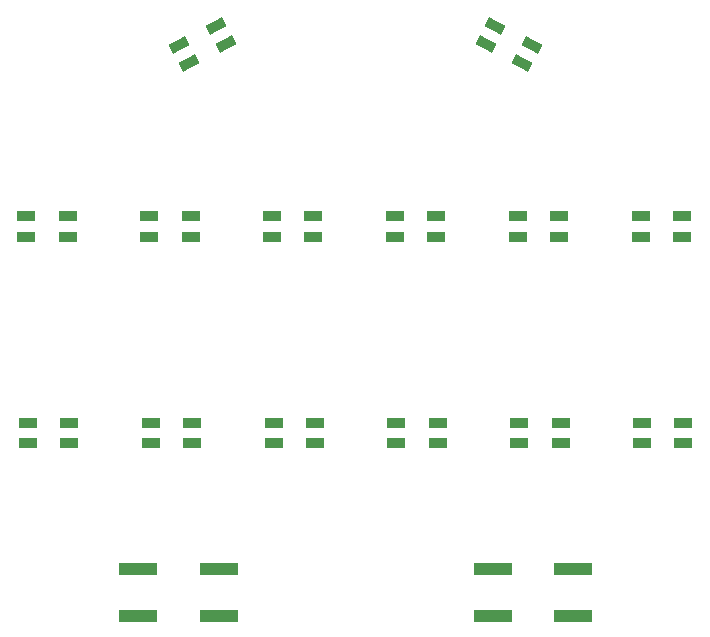
<source format=gbr>
%TF.GenerationSoftware,KiCad,Pcbnew,(6.0.7-1)-1*%
%TF.CreationDate,2022-12-12T20:47:58-08:00*%
%TF.ProjectId,ChristmasCountdown2022,43687269-7374-46d6-9173-436f756e7464,rev?*%
%TF.SameCoordinates,Original*%
%TF.FileFunction,Paste,Top*%
%TF.FilePolarity,Positive*%
%FSLAX46Y46*%
G04 Gerber Fmt 4.6, Leading zero omitted, Abs format (unit mm)*
G04 Created by KiCad (PCBNEW (6.0.7-1)-1) date 2022-12-12 20:47:58*
%MOMM*%
%LPD*%
G01*
G04 APERTURE LIST*
G04 Aperture macros list*
%AMRotRect*
0 Rectangle, with rotation*
0 The origin of the aperture is its center*
0 $1 length*
0 $2 width*
0 $3 Rotation angle, in degrees counterclockwise*
0 Add horizontal line*
21,1,$1,$2,0,0,$3*%
G04 Aperture macros list end*
%ADD10R,1.600000X0.850000*%
%ADD11R,3.200000X1.000000*%
%ADD12RotRect,1.600000X0.850000X332.000000*%
%ADD13RotRect,1.600000X0.850000X28.000000*%
G04 APERTURE END LIST*
D10*
%TO.C,D11*%
X174122504Y-90155000D03*
X174122504Y-91905000D03*
X177622504Y-91905000D03*
X177622504Y-90155000D03*
%TD*%
%TO.C,D7*%
X167350000Y-109375000D03*
X167350000Y-107625000D03*
X163850000Y-107625000D03*
X163850000Y-109375000D03*
%TD*%
%TO.C,D3*%
X153322504Y-90155000D03*
X153322504Y-91905000D03*
X156822504Y-91905000D03*
X156822504Y-90155000D03*
%TD*%
%TO.C,D5*%
X156950000Y-109375000D03*
X156950000Y-107625000D03*
X153450000Y-107625000D03*
X153450000Y-109375000D03*
%TD*%
%TO.C,D14*%
X163722504Y-90155000D03*
X163722504Y-91905000D03*
X167222504Y-91905000D03*
X167222504Y-90155000D03*
%TD*%
%TO.C,D10*%
X122122504Y-90155000D03*
X122122504Y-91905000D03*
X125622504Y-91905000D03*
X125622504Y-90155000D03*
%TD*%
D11*
%TO.C,SW1*%
X138400000Y-124000000D03*
X131600000Y-124000000D03*
X138400000Y-120000000D03*
X131600000Y-120000000D03*
%TD*%
D10*
%TO.C,D4*%
X136150000Y-109375000D03*
X136150000Y-107625000D03*
X132650000Y-107625000D03*
X132650000Y-109375000D03*
%TD*%
D11*
%TO.C,SW2*%
X161600000Y-124000000D03*
X168400000Y-124000000D03*
X168400000Y-120000000D03*
X161600000Y-120000000D03*
%TD*%
D10*
%TO.C,D6*%
X142922504Y-90155000D03*
X142922504Y-91905000D03*
X146422504Y-91905000D03*
X146422504Y-90155000D03*
%TD*%
D12*
%TO.C,D15*%
X161835629Y-74015846D03*
X161014054Y-75561004D03*
X164104371Y-77204154D03*
X164925946Y-75658996D03*
%TD*%
D10*
%TO.C,D2*%
X146550000Y-109375000D03*
X146550000Y-107625000D03*
X143050000Y-107625000D03*
X143050000Y-109375000D03*
%TD*%
%TO.C,D9*%
X177750000Y-109375000D03*
X177750000Y-107625000D03*
X174250000Y-107625000D03*
X174250000Y-109375000D03*
%TD*%
%TO.C,D8*%
X132522504Y-90155000D03*
X132522504Y-91905000D03*
X136022504Y-91905000D03*
X136022504Y-90155000D03*
%TD*%
%TO.C,D1*%
X125750000Y-109375000D03*
X125750000Y-107625000D03*
X122250000Y-107625000D03*
X122250000Y-109375000D03*
%TD*%
D13*
%TO.C,D12*%
X135074054Y-75658996D03*
X135895629Y-77204154D03*
X138985946Y-75561004D03*
X138164371Y-74015846D03*
%TD*%
M02*

</source>
